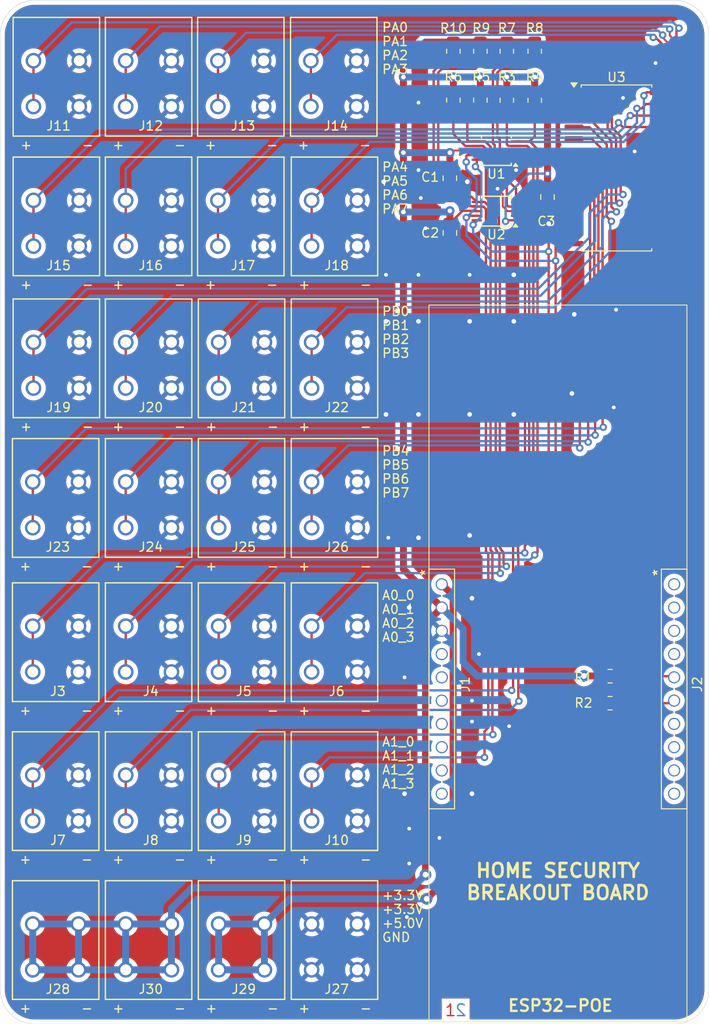
<source format=kicad_pcb>
(kicad_pcb (version 20241229) (generator "pcbnew") (generator_version "9.0")
  (layers (0 "F.Cu" signal) (2 "B.Cu" signal) (13 "F.Paste" user) (15 "B.Paste" user) (5 "F.SilkS" user "F.Silkscreen") (7 "B.SilkS" user "B.Silkscreen") (1 "F.Mask" user) (3 "B.Mask" user) (25 "Edge.Cuts" user))
  (net 0 "")
  (net 1 "GND")
  (net 2 "+3.3V")
  (net 3 "+5V")
  (net 4 "/ADC1_0")
  (net 5 "/ADC1_1")
  (net 6 "/ADC1_2")
  (net 7 "/ADC1_3")
  (net 8 "/SCL")
  (net 9 "/SDA")
  (net 10 "/PA0")
  (net 11 "/PA1")
  (net 12 "/PA2")
  (net 13 "/PA3")
  (net 14 "/PA4")
  (net 15 "/PA5")
  (net 16 "/PA6")
  (net 17 "/PA7")
  (net 18 "/PB0")
  (net 19 "/PB1")
  (net 20 "/PB2")
  (net 21 "/PB3")
  (net 22 "/PB4")
  (net 23 "/PB5")
  (net 24 "/PB6")
  (net 25 "/PB7")
  (net 26 "/ADC0_0")
  (net 27 "/ADC0_1")
  (net 28 "/ADC0_2")
  (net 29 "/ADC0_3")
  (footprint "footprint:CONN4_1884340000_WED" (layer "F.Cu") (at 125.476 68.834)
    (property "Reference" "J18")
    (property "Value" "1884340000")
  )
  (footprint "Package_SO:TSSOP-10_3x3mm_P0.5mm" (layer "F.Cu") (at 145.669 63.3945 180)
    (property "Reference" "U1")
    (property "Value" "ADS1115IDGS")
  )
  (footprint "footprint:CONN4_1884340000_WED" (layer "F.Cu") (at 115.316 147.828)
    (property "Reference" "J29")
    (property "Value" "1884340000")
  )
  (footprint "footprint:CONN4_1884340000_WED" (layer "F.Cu") (at 105.156 115.316)
    (property "Reference" "J4")
    (property "Value" "1884340000")
  )
  (footprint "Resistor_SMD:R_0805_2012Metric_Pad1.20x1.40mm_HandSolder" (layer "F.Cu") (at 158.099 120.777)
    (property "Reference" "R1")
    (property "Value" "4.7K")
  )
  (footprint "Package_SO:TSSOP-10_3x3mm_P0.5mm" (layer "F.Cu") (at 145.669 70.0145 180)
    (property "Reference" "U2")
    (property "Value" "ADS1115IDGS")
  )
  (footprint "Resistor_SMD:R_0805_2012Metric_Pad1.20x1.40mm_HandSolder" (layer "F.Cu") (at 149.86 57.912 -90)
    (property "Reference" "R4")
    (property "Value" "10K")
  )
  (footprint "Resistor_SMD:R_0805_2012Metric_Pad1.20x1.40mm_HandSolder" (layer "F.Cu") (at 146.812 52.562 -90)
    (property "Reference" "R7")
    (property "Value" "10K")
  )
  (footprint "footprint:CONN4_1884340000_WED" (layer "F.Cu") (at 125.476 84.328)
    (property "Reference" "J22")
    (property "Value" "1884340000")
  )
  (footprint "footprint:CONN4_1884340000_WED" (layer "F.Cu") (at 94.996 147.828)
    (property "Reference" "J28")
    (property "Value" "1884340000")
  )
  (footprint "footprint:PPTC101LFBN-RC" (layer "F.Cu") (at 165.1 110.744 -90)
    (property "Reference" "J2")
    (property "Value" "Conn_01x10_Pin")
  )
  (footprint "footprint:CONN4_1884340000_WED" (layer "F.Cu") (at 125.476 131.572)
    (property "Reference" "J10")
    (property "Value" "1884340000")
  )
  (footprint "footprint:CONN4_1884340000_WED" (layer "F.Cu") (at 115.236 53.594)
    (property "Reference" "J13")
    (property "Value" "1884340000")
  )
  (footprint "Resistor_SMD:R_0805_2012Metric_Pad1.20x1.40mm_HandSolder" (layer "F.Cu") (at 140.97 52.562 -90)
    (property "Reference" "R10")
    (property "Value" "10K")
  )
  (footprint "Capacitor_SMD:C_0805_2012Metric_Pad1.18x1.45mm_HandSolder" (layer "F.Cu") (at 140.589 66.421 -90)
    (property "Reference" "C1")
    (property "Value" ".1uF")
  )
  (footprint "Resistor_SMD:R_0805_2012Metric_Pad1.20x1.40mm_HandSolder" (layer "F.Cu") (at 149.86 52.562 -90)
    (property "Reference" "R8")
    (property "Value" "10K")
  )
  (footprint "footprint:CONN4_1884340000_WED" (layer "F.Cu") (at 105.156 99.568)
    (property "Reference" "J24")
    (property "Value" "1884340000")
  )
  (footprint "footprint:CONN4_1884340000_WED" (layer "F.Cu") (at 105.156 68.834)
    (property "Reference" "J16")
    (property "Value" "1884340000")
  )
  (footprint "footprint:CONN4_1884340000_WED" (layer "F.Cu") (at 105.156 131.572)
    (property "Reference" "J8")
    (property "Value" "1884340000")
  )
  (footprint "Resistor_SMD:R_0805_2012Metric_Pad1.20x1.40mm_HandSolder" (layer "F.Cu") (at 143.92 57.896 -90)
    (property "Reference" "R5")
    (property "Value" "10K")
  )
  (footprint "footprint:CONN4_1884340000_WED" (layer "F.Cu") (at 105.156 147.828)
    (property "Reference" "J30")
    (property "Value" "1884340000")
  )
  (footprint "footprint:CONN4_1884340000_WED" (layer "F.Cu") (at 94.996 131.572)
    (property "Reference" "J7")
    (property "Value" "1884340000")
  )
  (footprint "footprint:CONN4_1884340000_WED" (layer "F.Cu") (at 115.316 84.328)
    (property "Reference" "J21")
    (property "Value" "1884340000")
  )
  (footprint "footprint:CONN4_1884340000_WED" (layer "F.Cu") (at 125.476 147.828)
    (property "Reference" "J27")
    (property "Value" "1884340000")
  )
  (footprint "Resistor_SMD:R_0805_2012Metric_Pad1.20x1.40mm_HandSolder" (layer "F.Cu") (at 143.92 52.562 -90)
    (property "Reference" "R9")
    (property "Value" "10K")
  )
  (footprint "footprint:CONN4_1884340000_WED" (layer "F.Cu") (at 115.316 131.572)
    (property "Reference" "J9")
    (property "Value" "1884340000")
  )
  (footprint "footprint:CONN4_1884340000_WED" (layer "F.Cu") (at 125.396 53.594)
    (property "Reference" "J14")
    (property "Value" "1884340000")
  )
  (footprint "Resistor_SMD:R_0805_2012Metric_Pad1.20x1.40mm_HandSolder" (layer "F.Cu") (at 158.099 123.727)
    (property "Reference" "R2")
    (property "Value" "4.7K")
  )
  (footprint "footprint:CONN4_1884340000_WED" (layer "F.Cu") (at 115.316 99.568)
    (property "Reference" "J25")
    (property "Value" "1884340000")
  )
  (footprint "Capacitor_SMD:C_0805_2012Metric_Pad1.18x1.45mm_HandSolder" (layer "F.Cu") (at 140.589 72.39 -90)
    (property "Reference" "C2")
    (property "Value" ".1uF")
  )
  (footprint "footprint:CONN4_1884340000_WED" (layer "F.Cu") (at 94.996 115.316)
    (property "Reference" "J3")
    (property "Value" "1884340000")
  )
  (footprint "footprint:CONN4_1884340000_WED" (layer "F.Cu") (at 105.156 53.594)
    (property "Reference" "J12")
    (property "Value" "1884340000")
  )
  (footprint "Resistor_SMD:R_0805_2012Metric_Pad1.20x1.40mm_HandSolder" (layer "F.Cu") (at 140.97 57.896 -90)
    (property "Reference" "R6")
    (property "Value" "10K")
  )
  (footprint "footprint:PPTC101LFBN-RC" (layer "F.Cu") (at 139.7 110.744 -90)
    (property "Reference" "J1")
    (property "Value" "Conn_01x10_Pin")
  )
  (footprint "footprint:CONN4_1884340000_WED" (layer "F.Cu") (at 115.316 115.316)
    (property "Reference" "J5")
    (property "Value" "1884340000")
  )
  (footprint "Resistor_SMD:R_0805_2012Metric_Pad1.20x1.40mm_HandSolder" (layer "F.Cu") (at 146.812 57.912 -90)
    (property "Reference" "R3")
    (property "Value" "10K")
  )
  (footprint "footprint:CONN4_1884340000_WED" (layer "F.Cu") (at 94.996 99.568)
    (property "Reference" "J23")
    (property "Value" "1884340000")
  )
  (footprint "footprint:CONN4_1884340000_WED" (layer "F.Cu") (at 105.156 84.328)
    (property "Reference" "J20")
    (property "Value" "1884340000")
  )
  (footprint "footprint:CONN4_1884340000_WED" (layer "F.Cu") (at 95.076 53.594)
    (property "Reference" "J11")
    (property "Value" "1884340000")
  )
  (footprint "footprint:CONN4_1884340000_WED" (layer "F.Cu") (at 125.476 99.568)
    (property "Reference" "J26")
    (property "Value" "1884340000")
  )
  (footprint "footprint:CONN4_1884340000_WED" (layer "F.Cu") (at 95.076 84.328)
    (property "Reference" "J19")
    (property "Value" "1884340000")
  )
  (footprint "Capacitor_SMD:C_0805_2012Metric_Pad1.18x1.45mm_HandSolder" (layer "F.Cu") (at 151.257 68.4745 -90)
    (property "Reference" "C3")
    (property "Value" ".1uF")
  )
  (footprint "footprint:CONN4_1884340000_WED" (layer "F.Cu") (at 125.476 115.316)
    (property "Reference" "J6")
    (property "Value" "1884340000")
  )
  (footprint "footprint:CONN4_1884340000_WED" (layer "F.Cu") (at 115.236 68.834)
    (property "Reference" "J17")
    (property "Value" "1884340000")
  )
  (footprint "footprint:CONN4_1884340000_WED" (layer "F.Cu") (at 95.076 68.834)
    (property "Reference" "J15")
    (property "Value" "1884340000")
  )
  (footprint "Package_SO:SOIC-28W_7.5x17.9mm_P1.27mm" (layer "F.Cu") (at 158.799 65.2995)
    (property "Reference" "U3")
    (property "Value" "MCP23017_SO")
  )
  (gr_poly (pts (xy 163.83 157.734) (xy 163.068 157.734) (xy 163.576 155.702) (xy 164.338 155.702)) (fill yes) (layer "F.Cu"))
  (gr_poly (pts (xy 164.719 157.734) (xy 163.957 157.734) (xy 164.211 156.718) (xy 164.973 156.718)) (fill yes) (layer "F.Cu"))
  (gr_poly (pts (xy 162.941 157.734) (xy 162.179 157.734) (xy 162.687 155.702) (xy 163.449 155.702)) (fill yes) (layer "F.Cu"))
  (gr_poly (pts (xy 162.052 157.734) (xy 161.29 157.734) (xy 161.544 156.718) (xy 162.306 156.718)) (fill yes) (layer "F.Cu"))
  (gr_rect (start 138.303 80.264) (end 166.497 158.496) (stroke (width 0.1)) (fill no) (layer "F.SilkS"))
  (gr_arc (start 168.91 154.94) (mid 167.794077 157.634077) (end 165.1 158.75) (stroke (width 0.05)) (layer "Edge.Cuts"))
  (gr_line (start 91.44 154.94) (end 91.44 50.8) (stroke (width 0.05)) (layer "Edge.Cuts"))
  (gr_arc (start 165.1 46.99) (mid 167.794077 48.105923) (end 168.91 50.8) (stroke (width 0.05)) (layer "Edge.Cuts"))
  (gr_line (start 168.91 50.8) (end 168.91 154.94) (stroke (width 0.05)) (layer "Edge.Cuts"))
  (gr_arc (start 91.44 50.8) (mid 92.555923 48.105923) (end 95.25 46.99) (stroke (width 0.05)) (layer "Edge.Cuts"))
  (gr_arc (start 95.25 158.75) (mid 92.555923 157.634077) (end 91.44 154.94) (stroke (width 0.05)) (layer "Edge.Cuts"))
  (gr_line (start 95.25 46.99) (end 165.1 46.99) (stroke (width 0.05)) (layer "Edge.Cuts"))
  (gr_line (start 165.1 158.75) (end 95.25 158.75) (stroke (width 0.05)) (layer "Edge.Cuts"))
  (gr_text "1" (at 139.954 157.988 0) (layer "F.Cu") (effects (font (size 1.27 1.27) (thickness 0.1524)) (justify left bottom)))
  (gr_text "2" (at 142.494 157.988 0) (layer "B.Cu") (effects (font (size 1.27 1.27) (thickness 0.1524)) (justify left bottom mirror)))
  (gr_text "HOME SECURITY\nBREAKOUT BOARD" (at 152.4 145.288 0) (layer "F.SilkS") (effects (font (size 1.5 1.5) (thickness 0.3) (bold yes)) (justify bottom)))
  (gr_text "PB1" (at 133.096 83.058 0) (layer "F.SilkS") (effects (font (size 1 1)) (justify left bottom)))
  (gr_text "PA2" (at 133.096 53.594 0) (layer "F.SilkS") (effects (font (size 1 1)) (justify left bottom)))
  (gr_text "PA0" (at 133.096 50.546 0) (layer "F.SilkS") (effects (font (size 1 1)) (justify left bottom)))
  (gr_text "PB0" (at 133.096 81.534 0) (layer "F.SilkS") (effects (font (size 1 1)) (justify left bottom)))
  (gr_text "PA6" (at 133.096 68.834 0) (layer "F.SilkS") (effects (font (size 1 1)) (justify left bottom)))
  (gr_text "PB3" (at 133.096 86.106 0) (layer "F.SilkS") (effects (font (size 1 1)) (justify left bottom)))
  (gr_text "ESP32-POE" (at 146.812 157.48 0) (layer "F.SilkS") (effects (font (size 1.27 1.27) (thickness 0.254) (bold yes)) (justify left bottom)))
  (gr_text "GND" (at 133.096 149.86 0) (layer "F.SilkS") (effects (font (size 1 1)) (justify left bottom)))
  (gr_text "A1_2" (at 133.096 131.572 0) (layer "F.SilkS") (effects (font (size 1 1)) (justify left bottom)))
  (gr_text "PA5" (at 133.096 67.31 0) (layer "F.SilkS") (effects (font (size 1 1)) (justify left bottom)))
  (gr_text "A0_2" (at 133.096 115.57 0) (layer "F.SilkS") (effects (font (size 1 1)) (justify left bottom)))
  (gr_text "PB2" (at 133.096 84.582 0) (layer "F.SilkS") (effects (font (size 1 1)) (justify left bottom)))
  (gr_text "+3.3V" (at 133.096 145.288 0) (layer "F.SilkS") (effects (font (size 1 1)) (justify left bottom)))
  (gr_text "PB5" (at 133.096 98.298 0) (layer "F.SilkS") (effects (font (size 1 1)) (justify left bottom)))
  (gr_text "PB7" (at 133.096 101.346 0) (layer "F.SilkS") (effects (font (size 1 1)) (justify left bottom)))
  (gr_text "PA4" (at 133.096 65.786 0) (layer "F.SilkS") (effects (font (size 1 1)) (justify left bottom)))
  (gr_text "PA7" (at 133.096 70.358 0) (layer "F.SilkS") (effects (font (size 1 1)) (justify left bottom)))
  (gr_text "+3.3V" (at 133.096 146.812 0) (layer "F.SilkS") (effects (font (size 1 1)) (justify left bottom)))
  (gr_text "A0_0" (at 133.096 112.522 0) (layer "F.SilkS") (effects (font (size 1 1)) (justify left bottom)))
  (gr_text "PA1" (at 133.096 52.07 0) (layer "F.SilkS") (effects (font (size 1 1)) (justify left bottom)))
  (gr_text "A0_3" (at 133.096 117.094 0) (layer "F.SilkS") (effects (font (size 1 1)) (justify left bottom)))
  (gr_text "PB6" (at 133.096 99.822 0) (layer "F.SilkS") (effects (font (size 1 1)) (justify left bottom)))
  (gr_text "+5.0V" (at 133.096 148.336 0) (layer "F.SilkS") (effects (font (size 1 1)) (justify left bottom)))
  (gr_text "A1_0" (at 133.096 128.524 0) (layer "F.SilkS") (effects (font (size 1 1)) (justify left bottom)))
  (gr_text "PB4" (at 133.096 96.774 0) (layer "F.SilkS") (effects (font (size 1 1)) (justify left bottom)))
  (gr_text "A1_3" (at 133.096 133.096 0) (layer "F.SilkS") (effects (font (size 1 1)) (justify left bottom)))
  (gr_text "A1_1" (at 133.096 130.048 0) (layer "F.SilkS") (effects (font (size 1 1)) (justify left bottom)))
  (gr_text "PA3" (at 133.096 55.118 0) (layer "F.SilkS") (effects (font (size 1 1)) (justify left bottom)))
  (gr_text "A0_1" (at 133.096 114.046 0) (layer "F.SilkS") (effects (font (size 1 1)) (justify left bottom)))
  (segment (start 146.812 64.008) (end 147.1985 64.3945) (width 0.2) (layer "F.Cu") (net 1))
  (segment (start 146.882717 70.0145) (end 146.372 69.503783) (width 0.2) (layer "F.Cu") (net 1))
  (segment (start 147.819 65.523) (end 147.828 65.532) (width 0.2) (layer "F.Cu") (net 1))
  (segment (start 146.812 63.6245) (end 146.812 64.008) (width 0.2) (layer "F.Cu") (net 1))
  (segment (start 147.819 70.0145) (end 146.882717 70.0145) (width 0.2) (layer "F.Cu") (net 1))
  (segment (start 140.589 67.4585) (end 141.8375 67.4585) (width 0.762) (layer "F.Cu") (net 1))
  (segment (start 147.819 63.3945) (end 147.042 63.3945) (width 0.2) (layer "F.Cu") (net 1))
  (segment (start 154.149 68.4745) (end 152.2945 68.4745) (width 0.762) (layer "F.Cu") (net 1))
  (segment (start 147.042 63.3945) (end 146.812 63.6245) (width 0.2) (layer "F.Cu") (net 1))
  (segment (start 147.1985 64.3945) (end 147.819 64.3945) (width 0.2) (layer "F.Cu") (net 1))
  (segment (start 147.819 64.3945) (end 147.819 65.523) (width 0.2) (layer "F.Cu") (net 1))
  (segment (start 146.372 69.342) (end 146.372 68.14) (width 0.2) (layer "F.Cu") (net 1))
  (segment (start 152.2945 68.4745) (end 151.257 69.512) (width 0.762) (layer "F.Cu") (net 1))
  (segment (start 141.8375 67.4585) (end 142.494 66.802) (width 0.762) (layer "F.Cu") (net 1))
  (segment (start 146.372 68.14) (end 145.796 67.564) (width 0.2) (layer "F.Cu") (net 1))
  (segment (start 146.372 69.503783) (end 146.372 69.342) (width 0.2) (layer "F.Cu") (net 1))
  (via (at 143.764 118.364) (size 0.8128) (drill 0.4064) (layers "F.Cu" "B.Cu") (net 1))
  (via (at 143.002 125.73) (size 0.8128) (drill 0.4064) (layers "F.Cu" "B.Cu") (net 1))
  (via (at 135.89 147.066) (size 0.8128) (drill 0.4064) (layers "F.Cu" "B.Cu") (net 1))
  (via (at 135.636 120.904) (size 0.8128) (drill 0.4064) (layers "F.Cu" "B.Cu") (net 1))
  (via (at 137.414 68.58) (size 0.8128) (drill 0.4064) (layers "F.Cu" "B.Cu") (net 1))
  (via (at 137.16 76.962) (size 0.8128) (drill 0.4064) (layers "F.Cu" "B.Cu") (net 1))
  (via (at 143.002 123.444) (size 0.8128) (drill 0.4064) (layers "F.Cu" "B.Cu") (net 1))
  (via (at 160.782 63.5) (size 0.8128) (drill 0.4064) (layers "F.Cu" "B.Cu") (net 1))
  (via (at 136.144 113.284) (size 1.016) (drill 0.508) (layers "F.Cu" "B.Cu") (net 1))
  (via (at 133.858 105.664) (size 0.8128) (drill 0.4064) (layers "F.Cu" "B.Cu") (net 1))
  (via (at 136.144 137.414) (size 0.8128) (drill 0.4064) (layers "F.Cu" "B.Cu") (net 1))
  (via (at 133.35 66.802) (size 1.016) (drill 0.508) (layers "F.Cu" "B.Cu") (net 1))
  (via (at 133.604 82.042) (size 1.016) (drill 0.508) (layers "F.Cu" "B.Cu") (net 1))
  (via (at 151.384 71.374) (size 1.016) (drill 0.508) (layers "F.Cu" "B.Cu") (net 1))
  (via (at 137.16 58.166) (size 0.8128) (drill 0.4064) (layers "F.Cu" "B.Cu") (net 1))
  (via (at 136.144 141.224) (size 0.8128) (drill 0.4064) (layers "F.Cu" "B.Cu") (net 1))
  (via (at 137.16 82.042) (size 1.016) (drill 0.508) (layers "F.Cu" "B.Cu") (net 1))
  (via (at 154.178 81.28) (size 1.016) (drill 0.508) (layers "F.Cu" "B.Cu") (net 1))
  (via (at 147.574 76.962) (size 1.016) (drill 0.508) (layers "F.Cu" "B.Cu") (net 1))
  (via (at 143.002 133.604) (size 1.016) (drill 0.508) (layers "F.Cu" "B.Cu") (net 1))
  (via (at 133.604 92.202) (size 1.016) (drill 0.508) (layers "F.Cu" "B.Cu") (net 1))
  (via (at 147.066 126.238) (size 0.8128) (drill 0.4064) (layers "F.Cu" "B.Cu") (net 1))
  (via (at 147.828 65.532) (size 0.8128) (drill 0.4064) (layers "F.Cu" "B.Cu") (net 1))
  (via (at 142.494 66.802) (size 1.016) (drill 0.508) (layers "F.Cu" "B.Cu") (net 1))
  (via (at 142.748 82.042) (size 1.016) (drill 0.508) (layers "F.Cu" "B.Cu") (net 1))
  (via (at 153.924 89.916) (size 1.016) (drill 0.508) (layers "F.Cu" "B.Cu") (net 1))
  (via (at 135.636 133.604) (size 1.016) (drill 0.508) (layers "F.Cu" "B.Cu") (net 1))
  (via (at 158.75 80.772) (size 0.8128) (drill 0.4064) (layers "F.Cu" "B.Cu") (net 1))
  (via (at 159.512 57.658) (size 0.8128) (drill 0.4064) (layers "F.Cu" "B.Cu") (net 1))
  (via (at 137.16 105.664) (size 1.016) (drill 0.508) (layers "F.Cu" "B.Cu") (net 1))
  (via (at 163.068 53.848) (size 0.8128) (drill 0.4064) (layers "F.Cu" "B.Cu") (net 1))
  (via (at 147.574 82.042) (size 1.016) (drill 0.508) (layers "F.Cu" "B.Cu") (net 1))
  (via (at 147.574 92.202) (size 1.016) (drill 0.508) (layers "F.Cu" "B.Cu") (net 1))
  (via (at 137.922 71.882) (size 0.8128) (drill 0.4064) (layers "F.Cu" "B.Cu") (net 1))
  (via (at 145.796 67.564) (size 0.8128) (drill 0.4064) (layers "F.Cu" "B.Cu") (net 1))
  (via (at 139.446 138.43) (size 0.8128) (drill 0.4064) (layers "F.Cu" "B.Cu") (net 1))
  (via (at 142.748 92.202) (size 1.016) (drill 0.508) (layers "F.Cu" "B.Cu") (net 1))
  (via (at 142.748 105.41) (size 1.016) (drill 0.508) (layers "F.Cu" "B.Cu") (net 1))
  (via (at 158.496 91.44) (size 0.8128) (drill 0.4064) (layers "F.Cu" "B.Cu") (net 1))
  (via (at 133.604 76.962) (size 0.8128) (drill 0.4064) (layers "F.Cu" "B.Cu") (net 1))
  (via (at 142.748 76.962) (size 0.8128) (drill 0.4064) (layers "F.Cu" "B.Cu") (net 1))
  (via (at 143.002 112.268) (size 1.016) (drill 0.508) (layers "F.Cu" "B.Cu") (net 1))
  (via (at 137.16 92.202) (size 1.016) (drill 0.508) (layers "F.Cu" "B.Cu") (net 1))
  (via (at 137.16 65.532) (size 0.8128) (drill 0.4064) (layers "F.Cu" "B.Cu") (net 1))
  (segment (start 142.494 66.802) (end 133.35 66.802) (width 0.762) (layer "B.Cu") (net 1))
  (segment (start 157.099 120.777) (end 157.099 123.727) (width 0.762) (layer "F.Cu") (net 2))
  (segment (start 149.86 56.912) (end 149.86 55.372) (width 0.762) (layer "F.Cu") (net 2))
  (segment (start 141.96956 69.97194) (end 140.589 71.3525) (width 0.254) (layer "F.Cu") (net 2))
  (segment (start 143.92 56.896) (end 143.92 55.401) (width 0.762) (layer "F.Cu") (net 2))
  (segment (start 140.589 65.3835) (end 140.589 63.627) (width 0.762) (layer "F.Cu") (net 2))
  (segment (start 143.519 63.3945) (end 140.8215 63.3945) (width 0.2) (layer "F.Cu") (net 2))
  (segment (start 147.819 71.0145) (end 146.7829 71.0145) (width 0.254) (layer "F.Cu") (net 2))
  (segment (start 143.92 55.401) (end 143.891 55.372) (width 0.762) (layer "F.Cu") (net 2))
  (segment (start 155.2448 120.7516) (end 157.0736 120.7516) (width 0.762) (layer "F.Cu") (net 2))
  (segment (start 143.519 70.0145) (end 143.47644 69.97194) (width 0.254) (layer "F.Cu") (net 2))
  (segment (start 137.922 51.562) (end 149.86 51.562) (width 0.762) (layer "F.Cu") (net 2))
  (segment (start 154.149 67.2045) (end 151.4895 67.2045) (width 0.762) (layer "F.Cu") (net 2))
  (segment (start 151.4895 67.2045) (end 151.257 67.437) (width 0.254) (layer "F.Cu") (net 2))
  (segment (start 135.509 63.627) (end 135.509 55.372) (width 0.762) (layer "F.Cu") (net 2))
  (segment (start 135.509 70.104) (end 135.509 63.627) (width 0.762) (layer "F.Cu") (net 2))
  (segment (start 151.257 58.333) (end 151.257 65.913) (width 0.762) (layer "F.Cu") (net 2))
  (segment (start 135.509 55.372) (end 135.509 53.975) (width 0.762) (layer "F.Cu") (net 2))
  (segment (start 151.257 65.913) (end 151.257 67.437) (width 0.762) (layer "F.Cu") (net 2))
  (segment (start 135.509 53.975) (end 137.922 51.562) (width 0.762) (layer "F.Cu") (net 2))
  (segment (start 139.7 113.284) (end 135.509 109.093) (width 0.762) (layer "F.Cu") (net 2))
  (segment (start 157.0736 120.7516) (end 157.099 120.777) (width 0.762) (layer "F.Cu") (net 2))
  (segment (start 135.509 109.093) (end 135.509 70.104) (width 0.762) (layer "F.Cu") (net 2))
  (segment (start 137.922 115.062) (end 139.7 113.284) (width 0.762) (layer "F.Cu") (net 2))
  (segment (start 146.812 56.912) (end 146.812 55.372) (width 0.762) (layer "F.Cu") (net 2))
  (segment (start 146.7829 71.0145) (end 146.6774 71.12) (width 0.254) (layer "F.Cu") (net 2))
  (segment (start 149.82 56.896) (end 151.257 58.333) (width 0.762) (layer "F.Cu") (net 2))
  (segment (start 140.97 56.896) (end 140.97 55.372) (width 0.762) (layer "F.Cu") (net 2))
  (segment (start 140.8215 63.3945) (end 140.589 63.627) (width 0.2) (layer "F.Cu") (net 2))
  (segment (start 137.922 142.4432) (end 137.922 115.062) (width 0.762) (layer "F.Cu") (net 2))
  (segment (start 140.589 69.977) (end 140.589 71.3525) (width 0.762) (layer "F.Cu") (net 2))
  (segment (start 143.47644 69.97194) (end 141.96956 69.97194) (width 0.254) (layer "F.Cu") (net 2))
  (via (at 146.812 55.372) (size 1.016) (drill 0.508) (layers "F.Cu" "B.Cu") (net 2))
  (via (at 135.509 70.104) (size 1.016) (drill 0.508) (layers "F.Cu" "B.Cu") (net 2))
  (via (at 135.509 55.372) (size 1.016) (drill 0.508) (layers "F.Cu" "B.Cu") (net 2))
  (via (at 149.86 55.372) (size 1.016) (drill 0.508) (layers "F.Cu" "B.Cu") (net 2))
  (via (at 151.257 65.913) (size 0.8128) (drill 0.4064) (layers "F.Cu" "B.Cu") (net 2))
  (via (at 140.97 55.372) (size 1.016) (drill 0.508) (layers "F.Cu" "B.Cu") (net 2))
  (via (at 137.922 142.4432) (size 1.27) (drill 0.635) (layers "F.Cu" "B.Cu") (net 2))
  (via (at 155.2448 120.7516) (size 1.27) (drill 0.635) (layers "F.Cu" "B.Cu") (net 2))
  (via (at 140.589 63.627) (size 1.016) (drill 0.508) (layers "F.Cu" "B.Cu") (net 2))
  (via (at 146.6774 71.12) (size 0.8128) (drill 0.4064) (layers "F.Cu" "B.Cu") (net 2))
  (via (at 143.891 55.372) (size 1.016) (drill 0.508) (layers "F.Cu" "B.Cu") (net 2))
  (via (at 140.589 69.977) (size 1.016) (drill 0.508) (layers "F.Cu" "B.Cu") (net 2))
  (via (at 135.509 63.627) (size 1.016) (drill 0.508) (layers "F.Cu" "B.Cu") (net 2))
  (segment (start 137.922 142.4432) (end 136.4996 143.8656) (width 0.762) (layer "B.Cu") (net 2))
  (segment (start 143.2052 120.396) (end 143.5608 120.7516) (width 0.762) (layer "B.Cu") (net 2))
  (segment (start 135.509 70.104) (end 140.462 70.104) (width 0.762) (layer "B.Cu") (net 2))
  (segment (start 110.156 147.828) (end 110.156 152.828) (width 0.762) (layer "B.Cu") (net 2))
  (segment (start 142.0368 115.6208) (end 142.0368 119.126) (width 0.762) (layer "B.Cu") (net 2))
  (segment (start 142.0368 119.2276) (end 143.2052 120.396) (width 0.762) (layer "B.Cu") (net 2))
  (segment (start 149.225 65.913) (end 151.257 65.913) (width 0.254) (layer "B.Cu") (net 2))
  (segment (start 143.5608 120.7516) (end 155.2448 120.7516) (width 0.762) (layer "B.Cu") (net 2))
  (segment (start 110.156 146.13) (end 110.156 147.828) (width 0.762) (layer "B.Cu") (net 2))
  (segment (start 94.996 147.828) (end 110.156 147.828) (width 0.762) (layer "B.Cu") (net 2))
  (segment (start 142.0368 119.126) (end 142.0368 119.2276) (width 0.762) (layer "B.Cu") (net 2))
  (segment (start 146.6774 71.12) (end 146.6774 68.4606) (width 0.254) (layer "B.Cu") (net 2))
  (segment (start 143.891 55.372) (end 140.97 55.372) (width 0.762) (layer "B.Cu") (net 2))
  (segment (start 139.7 113.284) (end 142.0368 115.6208) (width 0.762) (layer "B.Cu") (net 2))
  (segment (start 136.4996 143.8656) (end 112.4204 143.8656) (width 0.762) (layer "B.Cu") (net 2))
  (segment (start 105.156 147.828) (end 105.156 152.828) (width 0.762) (layer "B.Cu") (net 2))
  (segment (start 94.996 147.828) (end 94.996 152.828) (width 0.762) (layer "B.Cu") (net 2))
  (segment (start 146.6774 68.4606) (end 149.225 65.913) (width 0.254) (layer "B.Cu") (net 2))
  (segment (start 140.462 70.104) (end 140.589 69.977) (width 0.762) (layer "B.Cu") (net 2))
  (segment (start 140.97 55.372) (end 135.509 55.372) (width 0.762) (layer "B.Cu") (net 2))
  (segment (start 146.812 55.372) (end 143.891 55.372) (width 0.762) (layer "B.Cu") (net 2))
  (segment (start 140.589 63.627) (end 135.509 63.627) (width 0.762) (layer "B.Cu") (net 2))
  (segment (start 99.996 147.828) (end 99.996 152.828) (width 0.762) (layer "B.Cu") (net 2))
  (segment (start 94.996 152.828) (end 110.156 152.828) (width 0.762) (layer "B.Cu") (net 2))
  (segment (start 149.86 55.372) (end 146.812 55.372) (width 0.762) (layer "B.Cu") (net 2))
  (segment (start 112.4204 143.8656) (end 110.156 146.13) (width 0.762) (layer "B.Cu") (net 2))
  (segment (start 138.049809 145.0848) (end 140.9424 142.192209) (width 0.762) (layer "F.Cu") (net 3))
  (segment (start 140.9424 111.9864) (end 139.7 110.744) (width 0.762) (layer "F.Cu") (net 3))
  (segment (start 140.9424 142.192209) (end 140.9424 111.9864) (width 0.762) (layer "F.Cu") (net 3))
  (via (at 138.049809 145.0848) (size 1.27) (drill 0.635) (layers "F.Cu" "B.Cu") (net 3))
  (segment (start 120.316 152.828) (end 115.316 152.828) (width 0.762) (layer "B.Cu") (net 3))
  (segment (start 123.0592 145.0848) (end 120.316 147.828) (width 0.762) (layer "B.Cu") (net 3))
  (segment (start 120.316 147.828) (end 115.316 147.828) (width 0.762) (layer "B.Cu") (net 3))
  (segment (start 120.316 147.828) (end 120.316 152.828) (width 0.762) (layer "B.Cu") (net 3))
  (segment (start 138.049809 145.0848) (end 123.0592 145.0848) (width 0.762) (layer "B.Cu") (net 3))
  (segment (start 115.316 147.828) (end 115.316 152.828) (width 0.762) (layer "B.Cu") (net 3))
  (segment (start 148.6609 69.5145) (end 148.7998 69.6534) (width 0.254) (layer "F.Cu") (net 4))
  (segment (start 145.288 62.602533) (end 145.489 62.803532) (width 0.254) (layer "F.Cu") (net 4))
  (segment (start 147.819 69.5145) (end 148.6609 69.5145) (width 0.254) (layer "F.Cu") (net 4))
  (segment (start 146.812 69.3385) (end 146.988 69.5145) (width 0.254) (layer "F.Cu") (net 4))
  (segment (start 145.288 54.737) (end 145.288 62.602533) (width 0.254) (layer "F.Cu") (net 4))
  (segment (start 145.489 65.987) (end 146.812 67.31) (width 0.254) (layer "F.Cu") (net 4))
  (segment (start 148.7998 105.2002) (end 147.4956 106.5044) (width 0.254) (layer "F.Cu") (net 4))
  (segment (start 146.988 69.5145) (end 147.819 69.5145) (width 0.254) (layer "F.Cu") (net 4))
  (segment (start 146.812 67.31) (end 146.812 69.3385) (width 0.254) (layer "F.Cu") (net 4))
  (segment (start 147.4956 106.5044) (end 147.4956 122.169145) (width 0.254) (layer "F.Cu") (net 4))
  (segment (start 146.463 53.562) (end 145.288 54.737) (width 0.254) (layer "F.Cu") (net 4))
  (segment (start 148.7998 69.6534) (end 148.7998 105.2002) (width 0.254) (layer "F.Cu") (net 4))
  (segment (start 94.996 131.572) (end 94.996 136.572) (width 0.254) (layer "F.Cu") (net 4))
  (segment (start 145.489 62.803532) (end 145.489 65.987) (width 0.254) (layer "F.Cu") (net 4))
  (segment (start 146.812 53.562) (end 146.463 53.562) (width 0.254) (layer "F.Cu") (net 4))
  (segment (start 147.4956 122.169145) (end 147.338345 122.3264) (width 0.254) (layer "F.Cu") (net 4))
  (via (at 147.338345 122.3264) (size 0.8128) (drill 0.4064) (layers "F.Cu" "B.Cu") (net 4))
  (segment (start 94.996 131.572) (end 104.2416 122.3264) (width 0.254) (layer "B.Cu") (net 4))
  (segment (start 104.2416 122.3264) (end 147.338345 122.3264) (width 0.254) (layer "B.Cu") (net 4))
  (segment (start 147.819 69.0145) (end 148.9229 69.0145) (width 0.254) (layer "F.Cu") (net 5))
  (segment (start 147.515342 54.483) (end 148.939 54.483) (width 0.254) (layer "F.Cu") (net 5))
  (segment (start 148.038689 106.638643) (end 148.038689 107.622399) (width 0.254) (layer "F.Cu") (net 5))
  (segment (start 145.784 54.884468) (end 146.178468 54.49) (width 0.254) (layer "F.Cu") (net 5))
  (segment (start 149.2548 69.3464) (end 149.2548 105.422532) (width 0.254) (layer "F.Cu") (net 5))
  (segment (start 145.784 61.964) (end 145.784 54.884468) (width 0.254) (layer "F.Cu") (net 5))
  (segment (start 148.071745 123.433745) (end 148.1328 123.4948) (width 0.254) (layer "F.Cu") (net 5))
  (segment (start 146.05 65.786) (end 146.05 62.23) (width 0.254) (layer "F.Cu") (net 5))
  (segment (start 105.156 131.572) (end 105.156 136.572) (width 0.254) (layer "F.Cu") (net 5))
  (segment (start 146.178468 54.49) (end 147.508342 54.49) (width 0.254) (layer "F.Cu") (net 5))
  (segment (start 147.819 69.0145) (end 147.819 67.555) (width 0.254) (layer "F.Cu") (net 5))
  (segment (start 146.05 62.23) (end 145.784 61.964) (width 0.254) (layer "F.Cu") (net 5))
  (segment (start 147.819 67.555) (end 146.05 65.786) (width 0.254) (layer "F.Cu") (net 5))
  (segment (start 148.071745 107.655455) (end 148.071745 123.433745) (width 0.254) (layer "F.Cu") (net 5))
  (segment (start 148.038689 107.622399) (end 148.071745 107.655455) (width 0.254) (layer "F.Cu") (net 5))
  (segment (start 149.2548 105.422532) (end 148.038689 106.638643) (width 0.254) (layer "F.Cu") (net 5))
  (segment (start 147.508342 54.49) (end 147.515342 54.483) (width 0.254) (layer "F.Cu") (net 5))
  (segment (start 148.9229 69.0145) (end 149.2548 69.3464) (width 0.254) (layer "F.Cu") (net 5))
  (segment (start 148.939 54.483) (end 149.86 53.562) (width 0.254) (layer "F.Cu") (net 5))
  (via (at 148.1328 123.4948) (size 0.8128) (drill 0.4064) (layers "F.Cu" "B.Cu") (net 5))
  (segment (start 112.268 124.46) (end 105.156 131.572) (width 0.254) (layer "B.Cu") (net 5))
  (segment (start 148.1328 123.4948) (end 147.1676 124.46) (width 0.254) (layer "B.Cu") (net 5))
  (segment (start 147.1676 124.46) (end 112.268 124.46) (width 0.254) (layer "B.Cu") (net 5))
  (segment (start 143.519 69.0145) (end 142.9575 68.453) (width 0.254) (layer "F.Cu") (net 6))
  (segment (start 145.034 69.653133) (end 144.395367 69.0145) (width 0.254) (layer "F.Cu") (net 6))
  (segment (start 115.316 131.572) (end 115.316 136.572) (width 0.254) (layer "F.Cu") (net 6))
  (segment (start 143.92 53.946) (end 143.92 53.562) (width 0.254) (layer "F.Cu") (net 6))
  (segment (start 139.954 68.453) (end 139.875 68.374) (width 0.254) (layer "F.Cu") (net 6))
  (segment (start 139.867658 68.374) (end 139.536 68.042342) (width 0.254) (layer "F.Cu") (net 6))
  (segment (start 139.875 68.374) (end 139.867658 68.374) (width 0.254) (layer "F.Cu") (net 6))
  (segment (start 142.9575 68.453) (end 139.954 68.453) (width 0.254) (layer "F.Cu") (net 6))
  (segment (start 145.034 107.014264) (end 145.034 69.653133) (width 0.254) (layer "F.Cu") (net 6))
  (segment (start 139.319 54.872468) (end 139.708468 54.483) (width 0.254) (layer "F.Cu") (net 6))
  (segment (start 144.395367 69.0145) (end 143.519 69.0145) (width 0.254) (layer "F.Cu") (net 6))
  (segment (start 139.319 67.818) (end 139.319 54.872468) (width 0.254) (layer "F.Cu") (net 6))
  (segment (start 139.708468 54.483) (end 140.266658 54.483) (width 0.254) (layer "F.Cu") (net 6))
  (segment (start 141.666342 54.49) (end 141.673342 54.483) (width 0.254) (layer "F.Cu") (net 6))
  (segment (start 145.2372 127.1016) (end 145.2372 107.217465) (width 0.254) (layer "F.Cu") (net 6))
  (segment (start 145.2372 107.217465) (end 145.034 107.014264) (width 0.254) (layer "F.Cu") (net 6))
  (segment (start 139.536 68.042342) (end 139.536 68.035) (width 0.254) (layer "F.Cu") (net 6))
  (segment (start 139.536 68.035) (end 139.319 67.818) (width 0.254) (layer "F.Cu") (net 6))
  (segment (start 140.266658 54.483) (end 140.273658 54.49) (width 0.254) (layer "F.Cu") (net 6))
  (segment (start 143.383 54.483) (end 143.92 53.946) (width 0.254) (layer "F.Cu") (net 6))
  (segment (start 141.673342 54.483) (end 143.383 54.483) (width 0.254) (layer "F.Cu") (net 6))
  (segment (start 145.288 127.1524) (end 145.2372 127.1016) (width 0.254) (layer "F.Cu") (net 6))
  (segment (start 140.273658 54.49) (end 141.666342 54.49) (width 0.254) (layer "F.Cu") (net 6))
  (via (at 145.288 127.1524) (size 0.8128) (drill 0.4064) (layers "F.Cu" "B.Cu") (net 6))
  (segment (start 119.7356 127.1524) (end 115.316 131.572) (width 0.254) (layer "B.Cu") (net 6))
  (segment (start 145.288 127.1524) (end 119.7356 127.1524) (width 0.254) (layer "B.Cu") (net 6))
  (segment (start 144.3736 126.7968) (end 144.3736 129.6416) (width 0.254) (layer "F.Cu") (net 7))
  (segment (start 144.7822 107.405932) (end 144.7822 126.3882) (width 0.254) (layer "F.Cu") (net 7))
  (segment (start 144.7822 126.3882) (end 144.3736 126.7968) (width 0.254) (layer "F.Cu") (net 7))
  (segment (start 142.641 69.4675) (end 142.0815 68.908) (width 0.254) (layer "F.Cu") (net 7))
  (segment (start 139.081 68.23081) (end 139.67919 68.829) (width 0.254) (layer "F.Cu") (net 7))
  (segment (start 139.081 68.223468) (end 139.081 68.23081) (width 0.254) (layer "F.Cu") (net 7))
  (segment (start 138.811 67.945) (end 138.864 67.998) (width 0.254) (layer "F.Cu") (net 7))
  (segment (start 139.75819 68.908) (end 139.67919 68.829) (width 0.254) (layer "F.Cu") (net 7))
  (segment (start 144.526 107.149732) (end 144.7822 107.405932) (width 0.254) (layer "F.Cu") (net 7))
  (segment (start 138.864 68.006468) (end 139.081 68.223468) (width 0.254) (layer "F.Cu") (net 7))
  (segment (start 143.328533 69.4675) (end 142.641 69.4675) (width 0.254) (layer "F.Cu") (net 7))
  (segment (start 125.476 131.572) (end 125.476 136.572) (width 0.254) (layer "F.Cu") (net 7))
  (segment (start 138.864 67.998) (end 138.864 68.006468) (width 0.254) (layer "F.Cu") (net 7))
  (segment (start 139.986 53.562) (end 138.811 54.737) (width 0.254) (layer "F.Cu") (net 7))
  (segment (start 139.686533 68.829) (end 139.765533 68.908) (width 0.254) (layer "F.Cu") (net 7))
  (segment (start 144.2519 69.5145) (end 143.519 69.5145) (width 0.254) (layer "F.Cu") (net 7))
  (segment (start 138.811 54.737) (end 138.811 67.945) (width 0.254) (layer "F.Cu") (net 7))
  (segment (start 144.526 69.7886) (end 144.526 107.149732) (width 0.254) (layer "F.Cu") (net 7))
  (segment (start 139.67919 68.829) (end 139.686533 68.829) (width 0.254) (layer "F.Cu") (net 7))
  (segment (start 142.0815 68.908) (end 139.75819 68.908) (width 0.254) (layer "F.Cu") (net 7))
  (segment (start 143.330533 69.4695) (end 143.328533 69.4675) (width 0.254) (layer "F.Cu") (net 7))
  (segment (start 144.526 69.7886) (end 144.2519 69.5145) (width 0.254) (layer "F.Cu") (net 7))
  (segment (start 143.519 69.5145) (end 143.474 69.4695) (width 0.254) (layer "F.Cu") (net 7))
  (segment (start 140.97 53.562) (end 139.986 53.562) (width 0.254) (layer "F.Cu") (net 7))
  (segment (start 143.474 69.4695) (end 143.330533 69.4695) (width 0.254) (layer "F.Cu") (net 7))
  (via (at 144.3736 129.6416) (size 0.8128) (drill 0.4064) (layers "F.Cu" "B.Cu") (net 7))
  (segment (start 127.4064 129.6416) (end 144.3736 129.6416) (width 0.254) (layer "B.Cu") (net 7))
  (segment (start 125.476 131.572) (end 127.4064 129.6416) (width 0.254) (layer "B.Cu") (net 7))
  (segment (start 164.817 123.727) (end 165.1 123.444) (width 0.254) (layer "F.Cu") (net 8))
  (segment (start 143.519 71.111) (end 143.129 71.501) (width 0.254) (layer "F.Cu") (net 8))
  (segment (start 159.099 123.727) (end 164.817 123.727) (width 0.254) (layer "F.Cu") (net 8))
  (segment (start 154.149 71.0145) (end 153.71385 71.0145) (width 0.254) (layer "F.Cu") (net 8))
  (segment (start 143.519 65.015) (end 143.383 65.151) (width 0.254) (layer "F.Cu") (net 8))
  (segment (start 143.519 64.3945) (end 143.519 65.015) (width 0.254) (layer "F.Cu") (net 8))
  (segment (start 151.384 73.34435) (end 151.384 74.422) (width 0.254) (layer "F.Cu") (net 8))
  (segment (start 151.384 74.422) (end 151.384 110.109) (width 0.254) (layer "F.Cu") (net 8))
  (segment (start 154.149 71.0145) (end 154.5805 71.0145) (width 0.254) (layer "F.Cu") (net 8))
  (segment (start 143.519 71.0145) (end 143.519 71.111) (width 0.254) (layer "F.Cu") (net 8))
  (segment (start 158.115 116.84) (end 158.115 122.743) (width 0.254) (layer "F.Cu") (net 8))
  (segment (start 158.115 122.743) (end 159.099 123.727) (width 0.254) (layer "F.Cu") (net 8))
  (segment (start 153.71385 71.0145) (end 151.384 73.34435) (width 0.254) (layer "F.Cu") (net 8))
  (segment (start 151.384 110.109) (end 158.115 116.84) (width 0.254) (layer "F.Cu") (net 8))
  (via (at 143.383 65.151) (size 0.8128) (drill 0.4064) (layers "F.Cu" "B.Cu") (net 8))
  (via (at 143.129 71.501) (size 0.8128) (drill 0.4064) (layers "F.Cu" "B.Cu") (net 8))
  (via (at 151.384 74.422) (size 0.8128) (drill 0.4064) (layers "F.Cu" "B.Cu") (net 8))
  (segment (start 143.129 71.501) (end 144.018 70.612) (width 0.254) (layer "B.Cu") (net 8))
  (segment (start 143.129 72.39) (end 145.161 74.422) (width 0.254) (layer "B.Cu") (net 8))
  (segment (start 144.018 65.786) (end 143.383 65.151) (width 0.254) (layer "B.Cu") (net 8))
  (segment (start 165.481 123.444) (end 165.1 123.444) (width 0.254) (layer "B.Cu") (net 8))
  (segment (start 143.129 71.501) (end 143.129 72.39) (width 0.254) (layer "B.Cu") (net 8))
  (segment (start 145.161 74.422) (end 151.384 74.422) (width 0.254) (layer "B.Cu") (net 8))
  (segment (start 144.018 70.612) (end 144.018 65.786) (width 0.254) (layer "B.Cu") (net 8))
  (segment (start 142.494928 63.8945) (end 143.519 63.8945) (width 0.254) (layer "F.Cu") (net 9))
  (segment (start 152.146 108.966) (end 152.146 75.438) (width 0.254) (layer "F.Cu") (net 9))
  (segment (start 154.5805 72.2845) (end 154.149 72.2845) (width 0.254) (layer "F.Cu") (net 9))
  (segment (start 159.099 120.777) (end 164.973 120.777) (width 0.254) (layer "F.Cu") (net 9))
  (segment (start 152.146 75.438) (end 152.146 73.262501) (width 0.254) (layer "F.Cu") (net 9))
  (segment (start 152.146 73.262501) (end 153.124001 72.2845) (width 0.254) (layer "F.Cu") (net 9))
  (segment (start 159.099 120.777) (end 159.099 115.919) (width 0.254) (layer "F.Cu") (net 9))
  (segment (start 159.099 115.919) (end 152.146 108.966) (width 0.254) (layer "F.Cu") (net 9))
  (segment (start 142.582761 70.5145) (end 142.390921 70.70634) (width 0.254) (layer "F.Cu") (net 9))
  (segment (start 142.37598 64.013448) (end 142.494928 63.8945) (width 0.254) (layer "F.Cu") (net 9))
  (segment (start 143.519 70.5145) (end 142.582761 70.5145) (width 0.254) (layer "F.Cu") (net 9))
  (segment (start 153.124001 72.2845) (end 154.149 72.2845) (width 0.254) (layer "F.Cu") (net 9))
  (segment (start 164.973 120.777) (end 165.1 120.904) (width 0.254) (layer "F.Cu") (net 9))
  (segment (start 142.37598 64.646192) (end 142.37598 64.013448) (width 0.254) (layer "F.Cu") (net 9))
  (via (at 142.37598 64.646192) (size 0.8128) (drill 0.4064) (layers "F.Cu" "B.Cu") (net 9))
  (via (at 152.146 75.438) (size 0.8128) (drill 0.4064) (layers "F.Cu" "B.Cu") (net 9))
  (via (at 142.390921 70.70634) (size 0.8128) (drill 0.4064) (layers "F.Cu" "B.Cu") (net 9))
  (segment (start 145.161 75.438) (end 152.146 75.438) (width 0.254) (layer "B.Cu") (net 9))
  (segment (start 142.390921 72.667921) (end 145.161 75.438) (width 0.254) (layer "B.Cu") (net 9))
  (segment (start 142.37598 64.646192) (end 142.37598 65.41398) (width 0.254) (layer "B.Cu") (net 9))
  (segment (start 143.51 69.587261) (end 142.390921 70.70634) (width 0.254) (layer "B.Cu") (net 9))
  (segment (start 142.390921 70.70634) (end 142.390921 72.667921) (width 0.254) (layer "B.Cu") (net 9))
  (segment (start 142.37598 65.41398) (end 143.51 66.548) (width 0.254) (layer "B.Cu") (net 9))
  (segment (start 143.51 66.548) (end 143.51 69.587261) (width 0.254) (layer "B.Cu") (net 9))
  (segment (start 166.544 52.146717) (end 166.544 52.244) (width 0.254) (layer "F.Cu") (net 10))
  (segment (start 164.6975 65.9345) (end 163.449 65.9345) (width 0.254) (layer "F.Cu") (net 10))
  (segment (start 95.076 53.594) (end 95.076 58.594) (width 0.254) (layer "F.Cu") (net 10))
  (segment (start 166.624 64.008) (end 164.6975 65.9345) (width 0.254) (layer "F.Cu") (net 10))
  (segment (start 165.354 50.305841) (end 165.354 50.956716) (width 0.254) (layer "F.Cu") (net 10))
  (segment (start 165.354 50.956716) (end 166.544 52.146717) (width 0.254) (layer "F.Cu") (net 10))
  (segment (start 166.544 52.244) (end 166.624 52.324) (width 0.254) (layer "F.Cu") (net 10))
  (segment (start 166.624 52.324) (end 166.624 64.008) (width 0.254) (layer "F.Cu") (net 10))
  (segment (start 165.623364 50.036477) (end 165.354 50.305841) (width 0.254) (layer "F.Cu") (net 10))
  (via (at 165.623364 50.036477) (size 0.8128) (drill 0.4064) (layers "F.Cu" "B.Cu") (net 10))
  (segment (start 165.623364 50.036477) (end 164.989887 49.403) (width 0.254) (layer "B.Cu") (net 10))
  (segment (start 99.267 49.403) (end 95.076 53.594) (width 0.254) (layer "B.Cu") (net 10))
  (segment (start 164.989887 49.403) (end 99.267 49.403) (width 0.254) (layer "B.Cu") (net 10))
  (segment (start 164.473999 64.6645) (end 163.449 64.6645) (width 0.2) (layer "F.Cu") (net 11))
  (segment (start 166.116 63.022499) (end 164.473999 64.6645) (width 0.2) (layer "F.Cu") (net 11))
  (segment (start 164.615502 50.1364) (end 164.615502 50.823502) (width 0.2) (layer "F.Cu") (net 11))
  (segment (start 166.116 52.324) (end 166.116 63.022499) (width 0.2) (layer "F.Cu") (net 11))
  (segment (start 164.615502 50.823502) (end 166.116 52.324) (width 0.2) (layer "F.Cu") (net 11))
  (segment (start 105.156 53.594) (end 105.156 58.594) (width 0.254) (layer "F.Cu") (net 11))
  (via (at 164.615502 50.1364) (size 0.8128) (drill 0.4064) (layers "F.Cu" "B.Cu") (net 11))
  (segment (start 164.615502 50.1364) (end 164.337102 49.858) (width 0.254) (layer "B.Cu") (net 11))
  (segment (start 164.337102 49.858) (end 108.892 49.858) (width 0.254) (layer "B.Cu") (net 11))
  (segment (start 108.892 49.858) (end 105.156 53.594) (width 0.254) (layer "B.Cu") (net 11))
  (segment (start 163.9355 63.3945) (end 163.449 63.3945) (width 0.2) (layer "F.Cu") (net 12))
  (segment (start 115.236 53.594) (end 115.236 58.594) (width 0.254) (layer "F.Cu") (net 12))
  (segment (start 163.845454 51.069454) (end 165.608 52.832) (width 0.2) (layer "F.Cu") (net 12))
  (segment (start 165.608 61.722) (end 163.9355 63.3945) (width 0.2) (layer "F.Cu") (net 12))
  (segment (start 165.608 52.832) (end 165.608 61.722) (width 0.2) (layer "F.Cu") (net 12))
  (segment (start 163.845454 50.794269) (end 163.845454 51.069454) (width 0.2) (layer "F.Cu") (net 12))
  (via (at 163.845454 50.794269) (size 0.8128) (drill 0.4064) (layers "F.Cu" "B.Cu") (net 12))
  (segment (start 163.364185 50.313) (end 123.423 50.313) (width 0.254) (layer "B.Cu") (net 12))
  (segment (start 123.423 50.313) (end 123.19 50.546) (width 0.254) (layer "B.Cu") (net 12))
  (segment (start 118.284 50.546) (end 115.236 53.594) (width 0.254) (layer "B.Cu") (net 12))
  (segment (start 163.845454 50.794269) (end 163.364185 50.313) (width 0.254) (layer "B.Cu") (net 12))
  (segment (start 123.19 50.546) (end 118.284 50.546) (width 0.254) (layer "B.Cu") (net 12))
  (segment (start 163.0604 51.0464) (end 165.1 53.086) (width 0.254) (layer "F.Cu") (net 13))
  (segment (start 164.4435 62.1245) (end 163.449 62.1245) (width 0.254) (layer "F.Cu") (net 13))
  (segment (start 125.396 53.594) (end 125.396 58.594) (width 0.254) (layer "F.Cu") (net 13))
  (segment (start 165.1 53.086) (end 165.1 61.468) (width 0.254) (layer "F.Cu") (net 13))
  (segment (start 162.814 51.0464) (end 163.0604 51.0464) (width 0.254) (layer "F.Cu") (net 13))
  (segment (start 165.1 61.468) (end 164.4435 62.1245) (width 0.254) (layer "F.Cu") (net 13))
  (via (at 162.814 51.0464) (size 0.8128) (drill 0.4064) (layers "F.Cu" "B.Cu") (net 13))
  (segment (start 162.5356 50.768) (end 128.222 50.768) (width 0.254) (layer "B.Cu") (net 13))
  (segment (start 128.222 50.768) (end 125.396 53.594) (width 0.254) (layer "B.Cu") (net 13))
  (segment (start 162.814 51.0464) (end 162.5356 50.768) (width 0.254) (layer "B.Cu") (net 13))
  (segment (start 95.076 68.834) (end 95.076 73.834) (width 0.254) (layer "F.Cu") (net 14))
  (segment (start 159.022007 60.360892) (end 159.494115 60.833) (width 0.254) (layer "F.Cu") (net 14))
  (segment (start 159.494115 60.833) (end 163.4275 60.833) (width 0.254) (layer "F.Cu") (net 14))
  (segment (start 163.4275 60.833) (end 163.449 60.8545) (width 0.254) (layer "F.Cu") (net 14))
  (via (at 159.022007 60.360892) (size 0.8128) (drill 0.4064) (layers "F.Cu" "B.Cu") (net 14))
  (segment (start 108.830533 61.087) (end 108.195533 61.722) (width 0.254) (layer "B.Cu") (net 14))
  (segment (start 158.496 61.087) (end 108.830533 61.087) (width 0.254) (layer "B.Cu") (net 14))
  (segment (start 108.195533 61.722) (end 102.188 61.722) (width 0.254) (layer "B.Cu") (net 14))
  (segment (start 102.188 61.722) (end 95.076 68.834) (width 0.254) (layer "B.Cu") (net 14))
  (segment (start 159.022007 60.360892) (end 159.022007 60.560993) (width 0.254) (layer "B.Cu") (net 14))
  (segment (start 159.022007 60.560993) (end 158.496 61.087) (width 0.254) (layer "B.Cu") (net 14))
  (segment (start 160.778507 59.5845) (end 163.449 59.5845) (width 0.254) (layer "F.Cu") (net 15))
  (segment (start 105.156 68.834) (end 105.156 73.834) (width 0.254) (layer "F.Cu") (net 15))
  (segment (start 160.773064 59.579057) (end 160.778507 59.5845) (width 0.254) (layer "F.Cu") (net 15))
  (segment (start 160.3026 59.579057) (end 160.773064 59.579057) (width 0.254) (layer "F.Cu") (net 15))
  (via (at 160.3026 59.579057) (size 0.8128) (drill 0.4064) (layers "F.Cu" "B.Cu") (net 15))
  (segment (start 105.156 65.405) (end 105.156 68.834) (width 0.254) (layer "B.Cu") (net 15))
  (segment (start 159.755407 60.716593) (end 158.93 61.542) (width 0.254) (layer "B.Cu") (net 15))
  (segment (start 109.019 61.542) (end 105.156 65.405) (width 0.254) (layer "B.Cu") (net 15))
  (segment (start 158.93 61.542) (end 109.019 61.542) (width 0.254) (layer "B.Cu") (net 15))
  (segment (start 160.3026 59.579057) (end 159.755407 60.12625) (width 0.254) (layer "B.Cu") (net 15))
  (segment (start 159.755407 60.12625) (end 159.755407 60.716593) (width 0.254) (layer "B.Cu") (net 15))
  (segment (start 115.236 68.834) (end 115.236 73.834) (width 0.254) (layer "F.Cu") (net 16))
  (segment (start 162.0305 58.3145) (end 163.449 58.3145) (width 0.254) (layer "F.Cu") (net 16))
  (segment (start 161.036 58.801) (end 161.544 58.801) (width 0.254) (layer "F.Cu") (net 16))
  (segment (start 161.544 58.801) (end 162.0305 58.3145) (width 0.254) (layer "F.Cu") (net 16))
  (via (at 161.036 58.801) (size 0.8128) (drill 0.4064) (layers "F.Cu" "B.Cu") (net 16))
  (segment (start 161.036 60.365606) (end 161.036 59.884256) (width 0.254) (layer "B.Cu") (net 16))
  (segment (start 161.037 59.883256) (end 161.037 59.274858) (width 0.254) (layer "B.Cu") (net 16))
  (segment (start 159.404606 61.997) (end 161.036 60.365606) (width 0.254) (layer "B.Cu") (net 16))
  (segment (start 115.236 68.834) (end 122.073 61.997) (width 0.254) (layer "B.Cu") (net 16))
  (segment (start 161.036 59.884256) (end 161.037 59.883256) (width 0.254) (layer "B.Cu") (net 16))
  (segment (start 122.073 61.997) (end 159.404606 61.997) (width 0.254) (layer "B.Cu") (net 16))
  (segment (start 161.036 59.273858) (end 161.036 58.801) (width 0.254) (layer "B.Cu") (net 16))
  (segment (start 161.037 59.274858) (end 161.036 59.273858) (width 0.254) (layer "B.Cu") (net 16))
  (segment (start 125.476 68.834) (end 125.476 73.834) (width 0.254) (layer "F.Cu") (net 17))
  (segment (start 162.0735 57.0445) (end 163.449 57.0445) (width 0.254) (layer "F.Cu") (net 17))
  (segment (start 162.0735 57.1285) (end 162.0735 57.0445) (width 0.254) (layer "F.Cu") (net 17))
  (segment (start 161.798 57.404) (end 162.0735 57.1285) (width 0.254) (layer "F.Cu") (net 17))
  (segment (start 161.798 57.404) (end 161.798 57.277) (width 0.254) (layer "F.Cu") (net 17))
  (via (at 161.798 57.404) (size 0.8128) (drill 0.4064) (layers "F.Cu" "B.Cu") (net 17))
  (segment (start 161.798 60.247073) (end 161.798 57.404) (width 0.254) (layer "B.Cu") (net 17))
  (segment (start 159.593073 62.452) (end 161.798 60.247073) (width 0.254) (layer "B.Cu") (net 17))
  (segment (start 125.476 68.834) (end 131.858 62.452) (width 0.254) (layer "B.Cu") (net 17))
  (segment (start 131.858 62.452) (end 159.593073 62.452) (width 0.254) (layer "B.Cu") (net 17))
  (segment (start 95.076 84.328) (end 95.076 89.328) (width 0.254) (layer "F.Cu") (net 18))
  (segment (start 159.258 67.945) (end 159.258 61.849) (width 0.254) (layer "F.Cu") (net 18))
  (segment (start 159.512 68.199) (end 159.258 67.945) (width 0.254) (layer "F.Cu") (net 18))
  (segment (start 158.287607 60.878607) (end 158.287607 58.973607) (width 0.254) (layer "F.Cu") (net 18))
  (segment (start 159.258 61.849) (end 158.287607 60.878607) (width 0.254) (layer "F.Cu") (net 18))
  (segment (start 156.3585 57.0445) (end 154.149 57.0445) (width 0.254) (layer "F.Cu") (net 18))
  (segment (start 158.287607 58.973607) (end 156.3585 57.0445) (width 0.254) (layer "F.Cu") (net 18))
  (via (at 159.512 68.199) (size 0.8128) (drill 0.4064) (layers "F.Cu" "B.Cu") (net 18))
  (segment (start 150.241 78.486) (end 100.918 78.486) (width 0.254) (layer "B.Cu") (net 18))
  (segment (start 100.918 78.486) (end 95.076 84.328) (width 0.254) (layer "B.Cu") (net 18))
  (segment (start 157.861 68.199) (end 155.829 70.231) (width 0.254) (layer "B.Cu") (net 18))
  (segment (start 155.829 72.898) (end 150.241 78.486) (width 0.254) (layer "B.Cu") (net 18))
  (segment (start 159.512 68.199) (end 157.861 68.199) (width 0.254) (layer "B.Cu") (net 18))
  (segment (start 155.829 70.231) (end 155.829 72.898) (width 0.254) (layer "B.Cu") (net 18))
  (segment (start 155.8505 58.3145) (end 154.149 58.3145) (width 0.254) (layer "F.Cu") (net 19))
  (segment (start 157.832607 60.296607) (end 155.8505 58.3145) (width 0.254) (layer "F.Cu") (net 19))
  (segment (start 105.156 84.328) (end 105.156 89.328) (width 0.254) (layer "F.Cu") (net 19))
  (segment (start 157.832607 61.067074) (end 157.832607 60.296607) (width 0.254) (layer "F.Cu") (net 19))
  (segment (start 159.135854 69.139364) (end 159.01111 69.139364) (width 0.254) (layer "F.Cu") (net 19))
  (segment (start 158.75 68.878254) (end 158.75 61.984468) (width 0.254) (layer "F.Cu") (net 19))
  (segment (start 159.01111 69.139364) (end 158.75 68.878254) (width 0.254) (layer "F.Cu") (net 19))
  (segment (start 158.75 61.984468) (end 157.832607 61.067074) (width 0.254) (layer "F.Cu") (net 19))
  (via (at 159.135854 69.139364) (size 0.8128) (drill 0.4064) (layers "F.Cu" "B.Cu") (net 19))
  (segment (start 157.957822 69.139364) (end 156.464 70.633186) (width 0.254) (layer "B.Cu") (net 19))
  (segment (start 159.135854 69.139364) (end 157.957822 69.139364) (width 0.254) (layer "B.Cu") (net 19))
  (segment (start 156.464 70.633186) (end 156.464 73.279) (width 0.254) (layer "B.Cu") (net 19))
  (segment (start 150.495 79.248) (end 110.236 79.248) (width 0.254) (layer "B.Cu") (net 19))
  (segment (start 110.236 79.248) (end 105.156 84.328) (width 0.254) (layer "B.Cu") (net 19))
  (segment (start 156.464 73.279) (end 150.495 79.248) (width 0.254) (layer "B.Cu") (net 19))
  (segment (start 158.242 62.357) (end 158.242 69.543786) (width 0.254) (layer "F.Cu") (net 20))
  (segment (start 115.316 84.328) (end 115.316 89.328) (width 0.254) (layer "F.Cu") (net 20))
  (segment (start 155.4695 59.5845) (end 158.242 62.357) (width 0.254) (layer "F.Cu") (net 20))
  (segment (start 158.242 69.543786) (end 158.789214 70.091) (width 0.254) (layer "F.Cu") (net 20))
  (segment (start 154.149 59.5845) (end 155.4695 59.5845) (width 0.254) (layer "F.Cu") (net 20))
  (via (at 158.789214 70.091) (size 0.8128) (drill 0.4064) (layers "F.Cu" "B.Cu") (net 20))
  (segment (start 119.761 79.883) (end 115.316 84.328) (width 0.254) (layer "B.Cu") (net 20))
  (segment (start 157.226 73.914) (end 151.257 79.883) (width 0.254) (layer "B.Cu") (net 20))
  (segment (start 157.226 70.908372) (end 157.226 73.914) (width 0.254) (layer "B.Cu") (net 20))
  (segment (start 158.043372 70.091) (end 157.226 70.908372) (width 0.254) (layer "B.Cu") (net 20))
  (segment (start 158.043372 70.091) (end 158.789214 70.091) (width 0.254) (layer "B.Cu") (net 20))
  (segment (start 151.257 79.883) (end 119.761 79.883) (width 0.254) (layer "B.Cu") (net 20))
  (segment (start 155.8505 60.8545) (end 154.149 60.8545) (width 0.254) (layer "F.Cu") (net 21))
  (segment (start 157.734 62.738) (end 155.8505 60.8545) (width 0.254) (layer "F.Cu") (net 21))
  (segment (start 158.242 71.12) (end 157.734 70.612) (width 0.254) (layer "F.Cu") (net 21))
  (segment (start 125.476 84.328) (end 125.476 89.328) (width 0.254) (layer "F.Cu") (net 21))
  (segment (start 157.734 70.612) (end 157.734 62.738) (width 0.254) (layer "F.Cu") (net 21))
  (via (at 158.242 71.12) (size 0.8128) (drill 0.4064) (layers "F.Cu" "B.Cu") (net 21))
  (segment (start 152.019 80.518) (end 129.286 80.518) (width 0.254) (layer "B.Cu") (net 21))
  (segment (start 158.115 74.422) (end 152.019 80.518) (width 0.254) (layer "B.Cu") (net 21))
  (segment (start 158.242 71.374) (end 158.115 71.501) (width 0.254) (layer "B.Cu") (net 21))
  (segment (start 129.286 80.518) (end 125.476 84.328) (width 0.254) (layer "B.Cu") (net 21))
  (segment (start 158.115 71.501) (end 158.115 74.422) (width 0.254) (layer "B.Cu") (net 21))
  (segment (start 158.242 71.12) (end 158.242 71.374) (width 0.254) (layer "B.Cu") (net 21))
  (segment (start 157.279 63.299) (end 156.1045 62.1245) (width 0.254) (layer "F.Cu") (net 22))
  (segment (start 157.279 93.525) (end 157.279 63.299) (width 0.254) (layer "F.Cu") (net 22))
  (segment (start 156.1045 62.1245) (end 154.149 62.1245) (width 0.254) (layer "F.Cu") (net 22))
  (segment (start 94.996 99.568) (end 94.996 104.568) (width 0.254) (layer "F.Cu") (net 22))
  (segment (start 157.353 93.599) (end 157.279 93.525) (width 0.254) (layer "F.Cu") (net 22))
  (via (at 157.353 93.599) (size 0.8128) (drill 0.4064) (layers "F.Cu" "B.Cu") (net 22))
  (segment (start 94.996 99.568) (end 100.838 93.726) (width 0.254) (layer "B.Cu") (net 22))
  (segment (start 105.664 93.726) (end 157.226 93.726) (width 0.254) (layer "B.Cu") (net 22))
  (segment (start 100.838 93.726) (end 105.664 93.726) (width 0.254) (layer "B.Cu") (net 22))
  (segment (start 157.226 93.726) (end 157.353 93.599) (width 0.254) (layer "B.Cu") (net 22))
  (segment (start 156.824 91.842) (end 156.824 64.368) (width 0.254) (layer "F.Cu") (net 23))
  (segment (start 156.464 94.4594) (end 156.464 92.202) (width 0.254) (layer "F.Cu") (net 23))
  (segment (start 155.8505 63.3945) (end 154.149 63.3945) (width 0.254) (layer "F.Cu") (net 23))
  (segment (start 105.156 99.568) (end 105.156 104.568) (width 0.254) (layer "F.Cu") (net 23))
  (segment (start 156.824 64.368) (end 155.8505 63.3945) (width 0.254) (layer "F.Cu") (net 23))
  (segment (start 156.464 92.202) (end 156.824 91.842) (width 0.254) (layer "F.Cu") (net 23))
  (via (at 156.464 94.4594) (size 0.8128) (drill 0.4064) (layers "F.Cu" "B.Cu") (net 23))
  (segment (start 110.236 94.488) (end 114.046 94.488) (width 0.254) (layer "B.Cu") (net 23))
  (segment (start 105.156 99.568) (end 110.236 94.488) (width 0.254) (layer "B.Cu") (net 23))
  (segment (start 114.046 94.488) (end 156.4354 94.488) (width 0.254) (layer "B.Cu") (net 23))
  (segment (start 156.4354 94.488) (end 156.464 94.4594) (width 0.254) (layer "B.Cu") (net 23))
  (segment (start 155.702 92.075) (end 156.369 91.408) (width 0.254) (layer "F.Cu") (net 24))
  (segment (start 115.316 99.568) (end 115.316 104.568) (width 0.254) (layer "F.Cu") (net 24))
  (segment (start 155.5965 64.6645) (end 154.149 64.6645) (width 0.254) (layer "F.Cu") (net 24))
  (segment (start 156.369 65.437) (end 155.5965 64.6645) (width 0.254) (layer "F.Cu") (net 24))
  (segment (start 155.702 95.2214) (end 155.702 92.075) (width 0.254) (layer "F.Cu") (net 24))
  (segment (start 156.369 91.408) (end 156.369 65.437) (width 0.254) (layer "F.Cu") (net 24))
  (via (at 155.702 95.2214) (size 0.8128) (drill 0.4064) (layers "F.Cu" "B.Cu") (net 24))
  (segment (start 125.984 95.123) (end 155.6036 95.123) (width 0.254) (layer "B.Cu") (net 24))
  (segment (start 115.316 99.568) (end 119.761 95.123) (width 0.254) (layer "B.Cu") (net 24))
  (segment (start 155.6036 95.123) (end 155.702 95.2214) (width 0.254) (layer "B.Cu") (net 24))
  (segment (start 119.761 95.123) (end 125.984 95.123) (width 0.254) (layer "B.Cu") (net 24))
  (segment (start 154.782138 95.8564) (end 154.782138 91.597862) (width 0.254) (layer "F.Cu") (net 25))
  (segment (start 155.173999 65.9345) (end 154.149 65.9345) (width 0.254) (layer "F.Cu") (net 25))
  (segment (start 125.476 99.568) (end 125.476 104.568) (width 0.254) (layer "F.Cu") (net 25))
  (segment (start 155.914 90.466) (end 155.914 66.674501) (width 0.254) (layer "F.Cu") (net 25))
  (segment (start 154.782138 91.597862) (end 155.914 90.466) (width 0.254) (layer "F.Cu") (net 25))
  (segment (start 155.914 66.674501) (end 155.173999 65.9345) (width 0.254) (layer "F.Cu") (net 25))
  (via (at 154.782138 95.8564) (size 0.8128) (drill 0.4064) (layers "F.Cu" "B.Cu") (net 25))
  (segment (start 154.503738 95.578) (end 154.782138 95.8564) (width 0.254) (layer "B.Cu") (net 25))
  (segment (start 125.476 99.568) (end 129.466 95.578) (width 0.254) (layer "B.Cu") (net 25))
  (segment (start 141.478 95.578) (end 154.503738 95.578) (width 0.254) (layer "B.Cu") (net 25))
  (segment (start 129.466 95.578) (end 141.478 95.578) (width 0.254) (layer "B.Cu") (net 25))
  (segment (start 149.0513 62.8945) (end 147.819 62.8945) (width 0.254) (layer "F.Cu") (net 26))
  (segment (start 146.812 62.7185) (end 146.812 58.912) (width 0.254) (layer "F.Cu") (net 26))
  (segment (start 146.988 62.8945) (end 146.812 62.7185) (width 0.254) (layer "F.Cu") (net 26))
  (segment (start 94.996 115.316) (end 94.996 120.316) (width 0.254) (layer "F.Cu") (net 26))
  (segment (start 148.773089 107.3182) (end 148.773089 106.547711) (width 0.254) (layer "F.Cu") (net 26))
  (segment (start 149.7098 105.611) (end 149.7098 63.553) (width 0.254) (layer "F.Cu") (net 26))
  (segment (start 149.7098 63.553) (end 149.0513 62.8945) (width 0.254) (layer "F.Cu") (net 26))
  (segment (start 148.773089 106.547711) (end 149.7098 105.611) (width 0.254) (layer "F.Cu") (net 26))
  (segment (start 147.819 62.8945) (end 146.988 62.8945) (width 0.254) (layer "F.Cu") (net 26))
  (via (at 148.773089 107.3182) (size 0.8128) (drill 0.4064) (layers "F.Cu" "B.Cu") (net 26))
  (segment (start 94.996 115.316) (end 102.6668 107.6452) (width 0.254) (layer "B.Cu") (net 26))
  (segment (start 112.1378 107.3182) (end 148.773089 107.3182) (width 0.254) (layer "B.Cu") (net 26))
  (segment (start 111.8108 107.6452) (end 112.1378 107.3182) (width 0.254) (layer "B.Cu") (net 26))
  (segment (start 102.6668 107.6452) (end 111.8108 107.6452) (width 0.254) (layer "B.Cu") (net 26))
  (segment (start 150.1648 63.246) (end 149.3133 62.3945) (width 0.254) (layer "F.Cu") (net 27))
  (segment (start 149.3133 62.3945) (end 147.819 62.3945) (width 0.254) (layer "F.Cu") (net 27))
  (segment (start 149.86 107.5436) (end 150.1648 107.2388) (width 0.254) (layer "F.Cu") (net 27))
  (segment (start 149.3133 62.3945) (end 149.86 61.8478) (width 0.254) (layer "F.Cu") (net 27))
  (segment (start 150.1648 107.2388) (end 150.1648 63.246) (width 0.254) (layer "F.Cu") (net 27))
  (segment (start 105.156 115.316) (end 105.156 120.316) (width 0.254) (layer "F.Cu") (net 27))
  (segment (start 149.86 61.8478) (end 149.86 58.912) (width 0.254) (layer "F.Cu") (net 27))
  (via (at 149.86 107.5436) (size 0.8128) (drill 0.4064) (layers "F.Cu" "B.Cu") (net 27))
  (segment (start 149.352 108.0516) (end 112.4204 108.0516) (width 0.254) (layer "B.Cu") (net 27))
  (segment (start 149.86 107.5436) (end 149.352 108.0516) (width 0.254) (layer "B.Cu") (net 27))
  (segment (start 112.4204 108.0516) (end 105.156 115.316) (width 0.254) (layer "B.Cu") (net 27))
  (segment (start 146.1472 106.946532) (end 146.4542 107.253533) (width 0.254) (layer "F.Cu") (net 28))
  (segment (start 144.4365 62.3945) (end 145.034 62.992) (width 0.254) (layer "F.Cu") (net 28))
  (segment (start 145.944 69.276198) (end 145.944 72.3414) (width 0.254) (layer "F.Cu") (net 28))
  (segment (start 145.034 68.366197) (end 145.944 69.276198) (width 0.254) (layer "F.Cu") (net 28))
  (segment (start 142.494 60.452) (end 143.92 59.026) (width 0.254) (layer "F.Cu") (net 28))
  (segment (start 145.034 62.992) (end 145.034 68.366197) (width 0.254) (layer "F.Cu") (net 28))
  (segment (start 143.519 62.3945) (end 142.6585 62.3945) (width 0.254) (layer "F.Cu") (net 28))
  (segment (start 143.92 59.026) (end 143.92 58.896) (width 0.254) (layer "F.Cu") (net 28))
  (segment (start 143.519 62.3945) (end 144.4365 62.3945) (width 0.254) (layer "F.Cu") (net 28))
  (segment (start 145.944 72.3414) (end 146.0478 72.445201) (width 0.254) (layer "F.Cu") (net 28))
  (segment (start 146.0478 106.741132) (end 146.147201 106.840534) (width 0.254) (layer "F.Cu") (net 28))
  (segment (start 115.316 115.316) (end 115.316 120.316) (width 0.254) (layer "F.Cu") (net 28))
  (segment (start 146.4542 107.253533) (end 146.4542 108.478) (width 0.254) (layer "F.Cu") (net 28))
  (segment (start 142.494 62.23) (end 142.494 60.452) (width 0.254) (layer "F.Cu") (net 28))
  (segment (start 146.147201 106.840534) (end 146.1472 106.946532) (width 0.254) (layer "F.Cu") (net 28))
  (segment (start 146.0478 72.445201) (end 146.0478 106.741132) (width 0.254) (layer "F.Cu") (net 28))
  (segment (start 146.4542 108.478) (end 146.7612 108.785) (width 0.254) (layer "F.Cu") (net 28))
  (segment (start 142.6585 62.3945) (end 142.494 62.23) (width 0.254) (layer "F.Cu") (net 28))
  (via (at 146.7612 108.785) (size 0.8128) (drill 0.4064) (layers "F.Cu" "B.Cu") (net 28))
  (segment (start 146.7326 108.8136) (end 121.8184 108.8136) (width 0.254) (layer "B.Cu") (net 28))
  (segment (start 146.7612 108.785) (end 146.7326 108.8136) (width 0.254) (layer "B.Cu") (net 28))
  (segment (start 121.8184 108.8136) (end 115.316 115.316) (width 0.254) (layer "B.Cu") (net 28))
  (segment (start 145.6922 107.135) (end 145.6922 107.028999) (width 0.254) (layer "F.Cu") (net 29))
  (segment (start 145.6922 107.028999) (end 145.5928 106.929598) (width 0.254) (layer "F.Cu") (net 29))
  (segment (start 145.9992 109.451679) (end 145.9992 107.442) (width 0.254) (layer "F.Cu") (net 29))
  (segment (start 145.489 69.464665) (end 144.526 68.501665) (width 0.254) (layer "F.Cu") (net 29))
  (segment (start 145.489 72.529868) (end 145.489 69.464665) (width 0.254) (layer "F.Cu") (net 29))
  (segment (start 125.476 115.316) (end 125.476 120.316) (width 0.254) (layer "F.Cu") (net 29))
  (segment (start 142.2695 62.8945) (end 140.97 61.595) (width 0.254) (layer "F.Cu") (net 29))
  (segment (start 145.5928 106.929598) (end 145.5928 72.633668) (width 0.254) (layer "F.Cu") (net 29))
  (segment (start 144.526 68.501665) (end 144.526 63.2034) (width 0.254) (layer "F.Cu") (net 29))
  (segment (start 145.9992 107.442) (end 145.6922 107.135) (width 0.254) (layer "F.Cu") (net 29))
  (segment (start 143.519 62.8945) (end 142.2695 62.8945) (width 0.254) (layer "F.Cu") (net 29))
  (segment (start 146.097885 109.550364) (end 145.9992 109.451679) (width 0.254) (layer "F.Cu") (net 29))
  (segment (start 140.97 61.595) (end 140.97 58.896) (width 0.254) (layer "F.Cu") (net 29))
  (segment (start 145.5928 72.633668) (end 145.489 72.529868) (width 0.254) (layer "F.Cu") (net 29))
  (segment (start 144.526 63.2034) (end 144.2171 62.8945) (width 0.254) (layer "F.Cu") (net 29))
  (segment (start 144.2171 62.8945) (end 143.519 62.8945) (width 0.254) (layer "F.Cu") (net 29))
  (via (at 146.097885 109.550364) (size 0.8128) (drill 0.4064) (layers "F.Cu" "B.Cu") (net 29))
  (segment (start 132.4356 109.5248) (end 146.072321 109.5248) (width 0.254) (layer "B.Cu") (net 29))
  (segment (start 125.476 115.316) (end 131.2672 109.5248) (width 0.254) (layer "B.Cu") (net 29))
  (segment (start 146.072321 109.5248) (end 146.097885 109.550364) (width 0.254) (layer "B.Cu") (net 29))
  (segment (start 131.2672 109.5248) (end 132.4356 109.5248) (width 0.254) (layer "B.Cu") (net 29))
  (zone (net 1) (net_name "GND") (layer "F.Cu") (connect_pads (clearance 0.5)) (min_thickness 0.25) (fill yes (thermal_gap 0.5) (thermal_bridge_width 0.5))
    (polygon (pts (xy 91.44 46.99) (xy 91.44 158.75) (xy 168.91 158.75) (xy 168.91 46.99)))
  )
  (zone (net 0) (net_name "") (layers "F.Cu" "B.Cu") (connect_pads (clearance 0)) (min_thickness 0.25)
    (keepout (tracks not_allowed) (vias not_allowed) (pads not_allowed) (copperpour not_allowed) (footprints allowed))
    (fill (thermal_gap 0.5) (thermal_bridge_width 0.5))
    (polygon (pts (xy 139.7 155.956) (xy 142.748 155.956) (xy 142.748 158.242) (xy 139.7 158.242)))
  )
  (zone (net 1) (net_name "GND") (layer "B.Cu") (priority 1) (connect_pads (clearance 0.5)) (min_thickness 0.25) (fill yes (thermal_gap 0.5) (thermal_bridge_width 0.5))
    (polygon (pts (xy 91.44 46.99) (xy 91.44 158.75) (xy 168.91 158.75) (xy 168.91 46.99)))
  )
)
</source>
